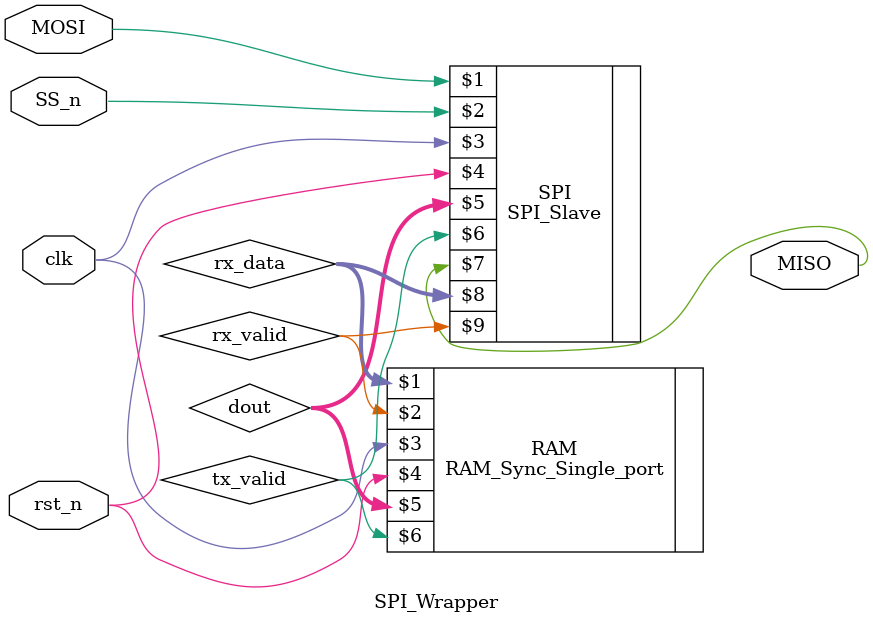
<source format=v>
module SPI_Wrapper (MOSI,SS_n,clk,rst_n,MISO);


	parameter IDLE = 3'b000;
	parameter CHK_CMD = 3'b001;
	parameter WRITE = 3'b010;
	parameter READ_ADD = 3'b011;
	parameter READ_DATA = 3'b100;

	input clk,rst_n,SS_n,MOSI;

	output MISO;

	wire [7:0] dout;
	wire tx_valid,rx_valid;
	wire [9:0] rx_data;

	SPI_Slave #(.IDLE(IDLE),.CHK_CMD(CHK_CMD),.WRITE(WRITE),.READ_ADD(READ_ADD),.READ_DATA(READ_DATA)) SPI (MOSI,SS_n,clk,rst_n,dout,tx_valid,MISO,rx_data,rx_valid);
	RAM_Sync_Single_port RAM (rx_data,rx_valid,clk,rst_n,dout,tx_valid);

endmodule
</source>
